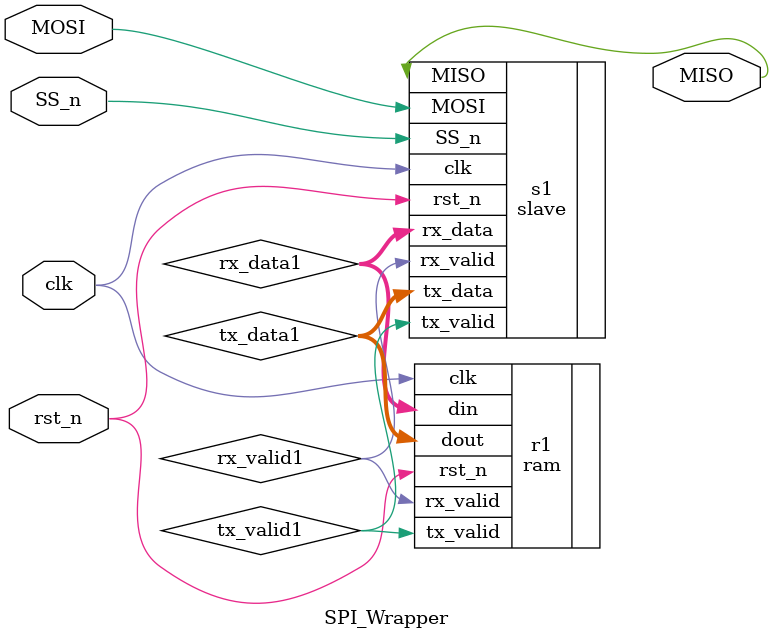
<source format=sv>
module SPI_Wrapper(MOSI,MISO,SS_n,clk,rst_n);

	////////////////////////////////////////////////////////////////////Original Code////////////////////////////////////////////////////////////////////
/*
	input MOSI,clk,rst_n,SS_n;
	output MISO;

	wire [7:0] tx_data1;
	wire tx_valid1,rx_valid1;
	wire [9:0] rx_data1;
	slave #(ADDR_SIZE) s1(.MOSI(MOSI),.SS_n(SS_n),.clk(clk),.rst_n(rst_n),.tx_valid(tx_valid1),.tx_data(tx_data1),.rx_data(rx_data1),.rx_valid(rx_valid1),.MISO(MISO));
	ram #(.ADDR_SIZE(ADDR_SIZE), .MEM_DEPTH(MEM_DEPTH)) r1(.din(rx_data1),.clk(clk),.rst_n(rst_n),.rx_valid(rx_valid1),.dout(tx_data1),.tx_valid(tx_valid1));
*/	
	////////////////////////////////////////////////////////////////////////////////////////////////////////////////////////////////////////////////////

	////////////////////////////////////////////////////////////////////Edited Code/////////////////////////////////////////////////////////////////////
	//Parameters
	parameter ADDR_SIZE = 8;
	parameter MEM_DEPTH = 256;

	input MOSI,clk,rst_n,SS_n;
	output MISO;

	wire [ADDR_SIZE-1:0] tx_data1;
	wire tx_valid1,rx_valid1;
	wire [ADDR_SIZE+1:0] rx_data1;
	slave #(ADDR_SIZE) s1(.MOSI(MOSI),.SS_n(SS_n),.clk(clk),.rst_n(rst_n),.tx_valid(tx_valid1),.tx_data(tx_data1),.rx_data(rx_data1),.rx_valid(rx_valid1),.MISO(MISO));
	ram #(.ADDR_SIZE(ADDR_SIZE), .MEM_DEPTH(MEM_DEPTH)) r1(.din(rx_data1),.clk(clk),.rst_n(rst_n),.rx_valid(rx_valid1),.dout(tx_data1),.tx_valid(tx_valid1));

	////////////////////////////////////////////////////////////////////////////////////////////////////////////////////////////////////////////////////

endmodule

</source>
